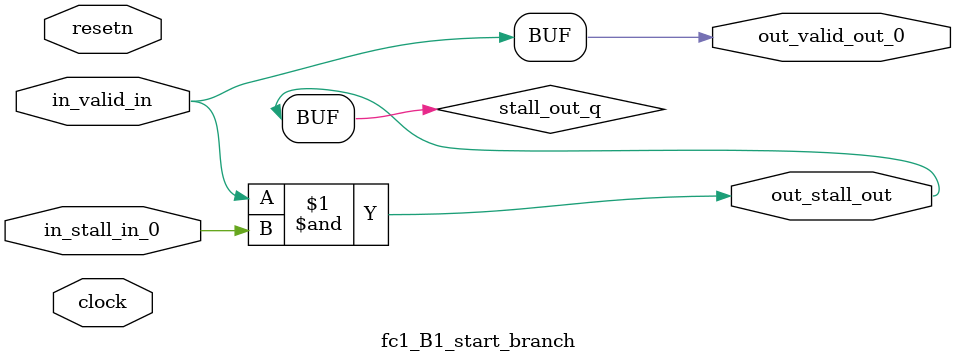
<source format=sv>



(* altera_attribute = "-name AUTO_SHIFT_REGISTER_RECOGNITION OFF; -name MESSAGE_DISABLE 10036; -name MESSAGE_DISABLE 10037; -name MESSAGE_DISABLE 14130; -name MESSAGE_DISABLE 14320; -name MESSAGE_DISABLE 15400; -name MESSAGE_DISABLE 14130; -name MESSAGE_DISABLE 10036; -name MESSAGE_DISABLE 12020; -name MESSAGE_DISABLE 12030; -name MESSAGE_DISABLE 12010; -name MESSAGE_DISABLE 12110; -name MESSAGE_DISABLE 14320; -name MESSAGE_DISABLE 13410; -name MESSAGE_DISABLE 113007; -name MESSAGE_DISABLE 10958" *)
module fc1_B1_start_branch (
    input wire [0:0] in_stall_in_0,
    input wire [0:0] in_valid_in,
    output wire [0:0] out_stall_out,
    output wire [0:0] out_valid_out_0,
    input wire clock,
    input wire resetn
    );

    wire [0:0] stall_out_q;


    // stall_out(LOGICAL,6)
    assign stall_out_q = in_valid_in & in_stall_in_0;

    // out_stall_out(GPOUT,4)
    assign out_stall_out = stall_out_q;

    // out_valid_out_0(GPOUT,5)
    assign out_valid_out_0 = in_valid_in;

endmodule

</source>
